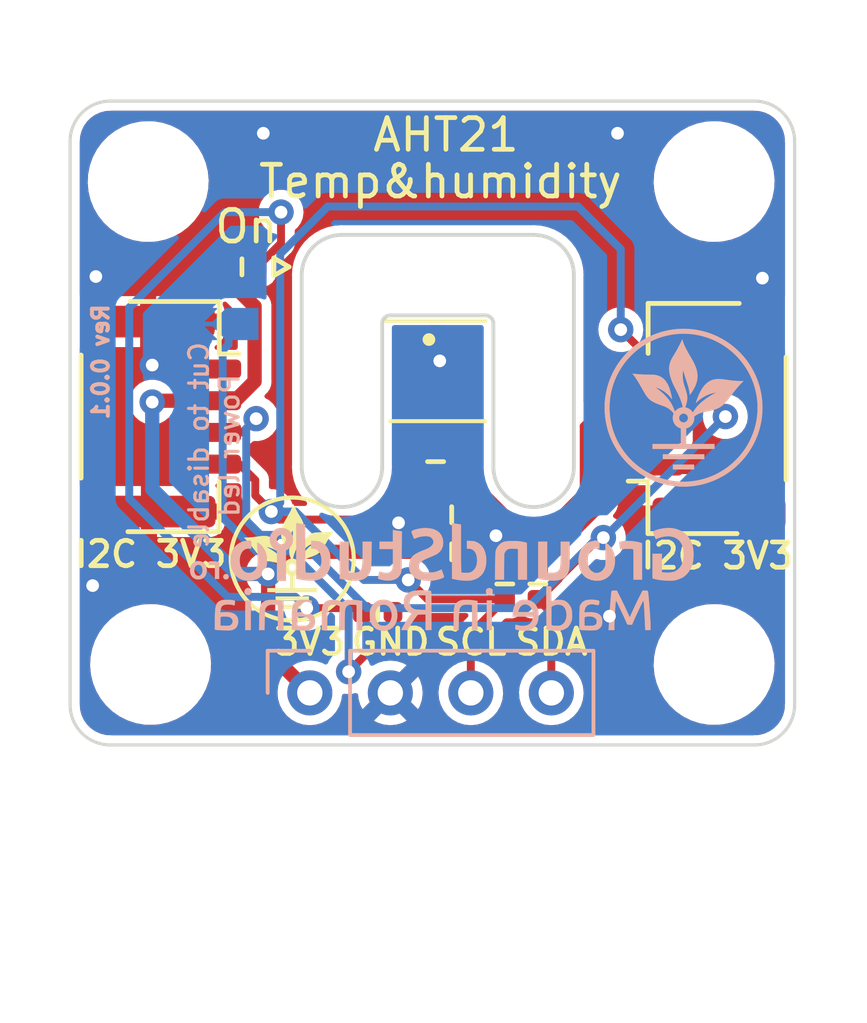
<source format=kicad_pcb>
(kicad_pcb (version 20211014) (generator pcbnew)
  (layers (0 "F.Cu" signal) (31 "B.Cu" signal) (34 "B.Paste" user) (35 "F.Paste" user) (36 "B.SilkS" user "B.Silkscreen") (37 "F.SilkS" user "F.Silkscreen") (38 "B.Mask" user) (39 "F.Mask" user) (44 "Edge.Cuts" user))
  (net 0 "")
  (net 1 "GND")
  (net 2 "+3V3")
  (net 3 "Net-(D1-Pad1)")
  (net 4 "Net-(J1-Pad1)")
  (net 5 "SCL")
  (net 6 "SDA")
  (net 9 "/VCC")
  (footprint "GS_Local:SCREW_M3" (layer "F.Cu") (at 97.5868 78.9432)
    (fp_text reference "REF**")
    (fp_text value "SCREW_M3")
    (pad "" np_thru_hole circle locked (at 0 0) (size 3.2 3.2) (drill 3.2) (layers *.Cu *.Mask))
  )
  (footprint "GS_Local:R_0402_alt" (layer "F.Cu") (at 90.9828 76.4032 -90)
    (fp_text reference "R3" hide)
    (fp_text value "R_0402_10k")
    (pad "1" smd roundrect locked (at -0.485 0 270) (size 0.59 0.64) (layers "F.Cu" "F.Paste" "F.Mask") (net 2 "+3V3"))
    (pad "2" smd roundrect locked (at 0.485 0 270) (size 0.59 0.64) (layers "F.Cu" "F.Paste" "F.Mask") (net 5 "SCL"))
  )
  (footprint "GS_Local:SCREW_M3" (layer "F.Cu") (at 97.5868 63.7032)
    (fp_text reference "REF**")
    (fp_text value "SCREW_M3")
    (pad "" np_thru_hole circle locked (at 0 0) (size 3.2 3.2) (drill 3.2) (layers *.Cu *.Mask))
  )
  (footprint "GS_Branding:GS_Logo2_4x4" (layer "F.Cu") (at 84.2772 75.6158)
    (fp_text reference "G***" hide)
    (fp_text value "LOGO" hide)
  )
  (footprint "GS_Local:C_0402_alt" (layer "F.Cu") (at 89.3064 74.2188)
    (fp_text reference "C2" hide)
    (fp_text value "C_0402_10uF_10V")
    (pad "1" smd roundrect locked (at -0.485 0) (size 0.59 0.64) (layers "F.Cu" "F.Paste" "F.Mask") (net 2 "+3V3"))
    (pad "2" smd roundrect locked (at 0.485 0) (size 0.59 0.64) (layers "F.Cu" "F.Paste" "F.Mask") (net 1 "GND"))
  )
  (footprint "GS_Local:R_0402_alt" (layer "F.Cu") (at 86.9696 77.2922)
    (fp_text reference "R1" hide)
    (fp_text value "R_0402_10k")
    (pad "1" smd roundrect locked (at -0.485 0) (size 0.59 0.64) (layers "F.Cu" "F.Paste" "F.Mask") (net 3 "Net-(D1-Pad1)"))
    (pad "2" smd roundrect locked (at 0.485 0) (size 0.59 0.64) (layers "F.Cu" "F.Paste" "F.Mask") (net 4 "Net-(J1-Pad1)"))
  )
  (footprint "GS_Local:SCREW_M3" (layer "F.Cu") (at 79.8068 78.9432)
    (fp_text reference "REF**")
    (fp_text value "SCREW_M3")
    (pad "" np_thru_hole circle locked (at 0 0) (size 3.2 3.2) (drill 3.2) (layers *.Cu *.Mask))
  )
  (footprint "GS_Local:R_0402_alt" (layer "F.Cu") (at 92.0242 76.4032 -90)
    (fp_text reference "R4" hide)
    (fp_text value "R_0402_10k")
    (pad "1" smd roundrect locked (at -0.485 0 270) (size 0.59 0.64) (layers "F.Cu" "F.Paste" "F.Mask") (net 2 "+3V3"))
    (pad "2" smd roundrect locked (at 0.485 0 270) (size 0.59 0.64) (layers "F.Cu" "F.Paste" "F.Mask") (net 6 "SDA"))
  )
  (footprint "GS_Local:SH__1x04_P1.00mm_Horizontal" (layer "F.Cu") (at 97.5868 71.1812 90)
    (fp_text reference "X2")
    (fp_text value "i2c_3V3")
    (pad "0" smd roundrect locked (at -2.9972 0.1524 90) (size 1 4.199999) (layers "F.Cu" "F.Paste" "F.Mask") (roundrect_rratio 0.208) (net 1 "GND"))
    (pad "0" smd roundrect locked (at 2.9972 0.127 90) (size 1 4.199999) (layers "F.Cu" "F.Paste" "F.Mask") (roundrect_rratio 0.208) (net 1 "GND"))
    (pad "1" smd roundrect locked (at -1.5 -1.8796 90) (size 0.6 1.8) (layers "F.Cu" "F.Paste" "F.Mask") (net 1 "GND"))
    (pad "2" smd roundrect locked (at -0.5 -1.8796 90) (size 0.6 1.8) (layers "F.Cu" "F.Paste" "F.Mask") (net 2 "+3V3"))
    (pad "3" smd roundrect locked (at 0.5 -1.8796 90) (size 0.6 1.8) (layers "F.Cu" "F.Paste" "F.Mask") (net 6 "SDA"))
    (pad "4" smd roundrect locked (at 1.5 -1.8796 90) (size 0.6 1.8) (layers "F.Cu" "F.Paste" "F.Mask") (net 5 "SCL"))
  )
  (footprint "GS_Local:AHT" (layer "F.Cu") (at 88.867996 69.679998)
    (fp_text reference "U1" hide)
    (fp_text value "AHT21" (at 0.257 -7.45) (layer "F.SilkS"))
    (fp_text user "Temp&humidity" (at 0.0828 -5.9768) (layer "F.SilkS"))
    (fp_line (start 4.294 3.024) (end 4.294 -3.024) (layer "Edge.Cuts") (width 0.12))
    (fp_line (start 1.754 1.585) (end 1.754 -1.5) (layer "Edge.Cuts") (width 0.12))
    (fp_line (start -1.754 1.585) (end -1.754 3.024) (layer "Edge.Cuts") (width 0.12))
    (fp_line (start -3.024 -4.294) (end 3.024 -4.294) (layer "Edge.Cuts") (width 0.12))
    (fp_line (start -1.754 1.585) (end -1.754 -1.5) (layer "Edge.Cuts") (width 0.12))
    (fp_line (start -1.5 -1.754) (end 1.5 -1.754) (layer "Edge.Cuts") (width 0.12))
    (fp_line (start -4.294 -3.024) (end -4.294 3.024) (layer "Edge.Cuts") (width 0.12))
    (fp_line (start 1.754 1.585) (end 1.754 3.024) (layer "Edge.Cuts") (width 0.12))
    (fp_arc (start -4.294 -3.024) (mid -3.922026 -3.922026) (end -3.024 -4.294) (layer "Edge.Cuts") (width 0.12))
    (fp_arc (start -3.024 4.294) (mid -3.922026 3.922026) (end -4.294 3.024) (layer "Edge.Cuts") (width 0.12))
    (fp_arc (start -1.754 3.024) (mid -2.125974 3.922026) (end -3.024 4.294) (layer "Edge.Cuts") (width 0.12))
    (fp_arc (start 3.024 4.294) (mid 2.125974 3.922026) (end 1.754 3.024) (layer "Edge.Cuts") (width 0.12))
    (fp_arc (start 1.5 -1.754) (mid 1.679605 -1.679605) (end 1.754 -1.5) (layer "Edge.Cuts") (width 0.12))
    (fp_arc (start 3.024 -4.294) (mid 3.922026 -3.922026) (end 4.294 -3.024) (layer "Edge.Cuts") (width 0.12))
    (fp_arc (start 4.294 3.024) (mid 3.922026 3.922026) (end 3.024 4.294) (layer "Edge.Cuts") (width 0.12))
    (fp_arc (start -1.754 -1.5) (mid -1.679605 -1.679605) (end -1.5 -1.754) (layer "Edge.Cuts") (width 0.12))
    (pad "1" smd roundrect (at -0.985 -1) (size 0.71 0.53) (layers "F.Cu" "F.Paste" "F.Mask") (roundrect_rratio 0.07))
    (pad "2" smd roundrect (at -0.985 0) (size 0.71 0.53) (layers "F.Cu" "F.Paste" "F.Mask") (roundrect_rratio 0.07) (net 9 "/VCC"))
    (pad "3" smd roundrect (at -0.985 1) (size 0.71 0.53) (layers "F.Cu" "F.Paste" "F.Mask") (roundrect_rratio 0.07) (net 5 "SCL"))
    (pad "4" smd roundrect (at 0.985 1) (size 0.71 0.53) (layers "F.Cu" "F.Paste" "F.Mask") (roundrect_rratio 0.07) (net 6 "SDA"))
    (pad "5" smd roundrect (at 0.985 0) (size 0.71 0.53) (layers "F.Cu" "F.Paste" "F.Mask") (roundrect_rratio 0.07) (net 1 "GND"))
    (pad "6" smd roundrect (at 0.985 -1) (size 0.71 0.53) (layers "F.Cu" "F.Paste" "F.Mask") (roundrect_rratio 0.07))
  )
  (footprint "GS_Local:R_0402_alt" (layer "F.Cu") (at 88.7984 72.5424 90)
    (fp_text reference "R2" hide)
    (fp_text value "R_0402_330")
    (pad "1" smd roundrect locked (at -0.485 0 90) (size 0.59 0.64) (layers "F.Cu" "F.Paste" "F.Mask") (net 2 "+3V3"))
    (pad "2" smd roundrect locked (at 0.485 0 90) (size 0.59 0.64) (layers "F.Cu" "F.Paste" "F.Mask") (net 9 "/VCC"))
  )
  (footprint "GS_Local:C_0402_alt" (layer "F.Cu") (at 89.3064 75.3872 180)
    (fp_text reference "C1" hide)
    (fp_text value "C_0402_100nF_16V")
    (pad "1" smd roundrect locked (at -0.485 0 180) (size 0.59 0.64) (layers "F.Cu" "F.Paste" "F.Mask") (net 1 "GND"))
    (pad "2" smd roundrect locked (at 0.485 0 180) (size 0.59 0.64) (layers "F.Cu" "F.Paste" "F.Mask") (net 2 "+3V3"))
  )
  (footprint "GS_Local:SCREW_M3" (layer "F.Cu") (at 79.7306 63.7032)
    (fp_text reference "REF**")
    (fp_text value "SCREW_M3")
    (pad "" np_thru_hole circle locked (at 0 0) (size 3.2 3.2) (drill 3.2) (layers *.Cu *.Mask))
  )
  (footprint "GS_Local:SH__1x04_P1.00mm_Horizontal" (layer "F.Cu") (at 79.883 71.12 -90)
    (fp_text reference "X1")
    (fp_text value "i2c_3V3")
    (pad "0" smd roundrect locked (at -2.9972 0.1524 270) (size 1 4.199999) (layers "F.Cu" "F.Paste" "F.Mask") (roundrect_rratio 0.208) (net 1 "GND"))
    (pad "0" smd roundrect locked (at 2.9972 0.127 270) (size 1 4.199999) (layers "F.Cu" "F.Paste" "F.Mask") (roundrect_rratio 0.208) (net 1 "GND"))
    (pad "1" smd roundrect locked (at -1.5 -1.8796 270) (size 0.6 1.8) (layers "F.Cu" "F.Paste" "F.Mask") (net 1 "GND"))
    (pad "2" smd roundrect locked (at -0.5 -1.8796 270) (size 0.6 1.8) (layers "F.Cu" "F.Paste" "F.Mask") (net 2 "+3V3"))
    (pad "3" smd roundrect locked (at 0.5 -1.8796 270) (size 0.6 1.8) (layers "F.Cu" "F.Paste" "F.Mask") (net 6 "SDA"))
    (pad "4" smd roundrect locked (at 1.5 -1.8796 270) (size 0.6 1.8) (layers "F.Cu" "F.Paste" "F.Mask") (net 5 "SCL"))
  )
  (footprint "GS_Local:LED_0402_alt" (layer "F.Cu") (at 82.68805 66.3956 180)
    (fp_text reference "D1")
    (fp_text value "LED_0402_RED")
    (pad "1" smd roundrect locked (at -0.485 0 180) (size 0.59 0.64) (layers "F.Cu" "F.Paste" "F.Mask") (net 3 "Net-(D1-Pad1)"))
    (pad "2" smd roundrect locked (at 0.485 0 180) (size 0.59 0.64) (layers "F.Cu" "F.Paste" "F.Mask") (net 2 "+3V3"))
  )
  (footprint "GS_Local:SolderJumper_NC" (layer "B.Cu") (at 81.8134 68.199 180)
    (fp_text reference "J1")
    (fp_text value "SolderJumper_NC")
    (fp_line (start 0.05334 0) (end 0.30988 0) (layer "B.Cu") (width 0.1524))
    (pad "1" smd custom (at -0.889 0 180) (size 0.9906 0.9906) (layers "B.Cu" "B.Mask") (net 4 "Net-(J1-Pad1)") (options (clearance outline) (anchor rect)) (primitives (gr_poly (pts (xy 1.016 0) (xy 0.508 0.508) (xy -0.508 0.508) (xy -0.508 -0.508) (xy 0.508 -0.508)) (width 0) (fill yes))))
    (pad "2" smd custom (at 0.889 0) (size 0.9906 0.9906) (layers "B.Cu" "B.Mask") (net 1 "GND") (options (clearance outline) (anchor rect)) (primitives (gr_poly (pts (xy 0.508 0) (xy 1.016 0.508) (xy -0.508 0.508) (xy -0.508 -0.508) (xy 1.016 -0.508)) (width 0) (fill yes))))
  )
  (footprint "GS_Branding:GS_Logo2_5x5" (layer "B.Cu") (at 96.6216 70.8406 180)
    (fp_text reference "G***" hide)
    (fp_text value "LOGO" hide)
  )
  (footprint "GS_Branding:GS_Made in Romania_13.8x1.4" (layer "B.Cu") (at 88.7222 77.1652 180)
    (fp_text reference "G***" hide)
    (fp_text value "LOGO" hide)
  )
  (footprint "GS_Local:PinHeader_1x04_P2.54mm_Vertical_Male" (layer "B.Cu") (at 84.83 79.84 -90)
    (fp_text reference "J2" hide)
    (fp_text value "PinHeader_1x04_P2.54_V_M")
    (pad "1" thru_hole circle locked (at 0 0 270) (size 1.4224 1.4224) (drill 0.8) (layers *.Cu *.Mask) (net 2 "+3V3"))
    (pad "2" thru_hole circle locked (at 0 -2.54 270) (size 1.4224 1.4224) (drill 0.8) (layers *.Cu *.Mask) (net 1 "GND"))
    (pad "3" thru_hole circle locked (at 0 -5.08 270) (size 1.4224 1.4224) (drill 0.8) (layers *.Cu *.Mask) (net 5 "SCL"))
    (pad "4" thru_hole circle locked (at 0 -7.62 270) (size 1.4224 1.4224) (drill 0.8) (layers *.Cu *.Mask) (net 6 "SDA"))
  )
  (footprint "GS_Branding:GS_.ro_1.2x0.6" (layer "B.Cu") (at 81.661 75.9714 180)
    (fp_text reference "G***" hide)
    (fp_text value "LOGO" hide)
  )
  (footprint "GS_Branding:GS_GroundStudio_14.6x1.8" (layer "B.Cu") (at 89.6366 75.3872 180)
    (fp_text reference "G***" hide)
    (fp_text value "LOGO" hide)
  )
  (gr_line (start 78.5368 61.1632) (end 98.8568 61.1632) (layer "Edge.Cuts") (width 0.1))
  (gr_arc (start 78.5368 81.4832) (mid 77.638774 81.111226) (end 77.2668 80.2132) (layer "Edge.Cuts") (width 0.1))
  (gr_line (start 100.1268 62.4332) (end 100.1268 80.2132) (layer "Edge.Cuts") (width 0.1))
  (gr_line (start 98.8568 81.4832) (end 78.5368 81.4832) (layer "Edge.Cuts") (width 0.1))
  (gr_arc (start 77.2668 62.4332) (mid 77.638774 61.535174) (end 78.5368 61.1632) (layer "Edge.Cuts") (width 0.1))
  (gr_arc (start 100.1268 80.2132) (mid 99.754826 81.111226) (end 98.8568 81.4832) (layer "Edge.Cuts") (width 0.1))
  (gr_arc (start 98.8568 61.1632) (mid 99.754826 61.535174) (end 100.1268 62.4332) (layer "Edge.Cuts") (width 0.1))
  (gr_line (start 77.2668 80.2132) (end 77.2668 62.4332) (layer "Edge.Cuts") (width 0.1))
  (gr_text "Cut to disable\nPower led" (at 81.8134 72.0344 90) (layer "B.SilkS") (effects (font (size 0.6 0.6) (thickness 0.1)) (justify mirror)))
  (gr_text "Rev 0.0.1" (at 78.232 69.3928 90) (layer "B.SilkS") (effects (font (size 0.5 0.5) (thickness 0.125)) (justify mirror)))
  (gr_text "GND" (at 87.376 78.232) (layer "F.SilkS") (effects (font (size 0.8 0.8))))
  (gr_text "On" (at 82.8294 65.1256) (layer "F.SilkS") (effects (font (size 1 1))))
  (gr_text "SCL" (at 89.916 78.232) (layer "F.SilkS") (effects (font (size 0.8 0.8))))
  (gr_text "SDA" (at 92.456 78.232) (layer "F.SilkS") (effects (font (size 0.8 0.8))))
  (gr_text "I2C 3V3" (at 97.6884 75.5142) (layer "F.SilkS") (effects (font (size 0.8 0.8))))
  (gr_text "3V3" (at 84.836 78.232) (layer "F.SilkS") (effects (font (size 0.8 0.8))))
  (gr_text "I2C 3V3" (at 79.8068 75.4634) (layer "F.SilkS") (effects (font (size 0.8 0.8))))
  (segment (start 90.043 74.2188) (end 89.7914 74.2188) (width 0.45) (layer "F.Cu") (net 1))
  (segment (start 88.930225 69.362575) (end 89.24765 69.68) (width 0.45) (layer "F.Cu") (net 1))
  (segment (start 89.24765 69.68) (end 89.853 69.68) (width 0.45) (layer "F.Cu") (net 1))
  (segment (start 90.7034 74.8792) (end 90.043 74.2188) (width 0.45) (layer "F.Cu") (net 1))
  (via (at 83.3628 62.1792) (size 0.8) (drill 0.4) (layers "F.Cu" "B.Cu") (net 1))
  (via (at 94.5388 62.1792) (size 0.8) (drill 0.4) (layers "F.Cu" "B.Cu") (net 1))
  (via (at 79.857589 69.4944) (size 0.8) (drill 0.4) (layers "F.Cu" "B.Cu") (net 1))
  (via (at 99.1108 66.7512) (size 0.8) (drill 0.4) (layers "F.Cu" "B.Cu") (net 1))
  (via (at 77.978 76.454) (size 0.8) (drill 0.4) (layers "F.Cu" "B.Cu") (net 1))
  (via (at 78.0796 66.7004) (size 0.8) (drill 0.4) (layers "F.Cu" "B.Cu") (net 1))
  (via (at 88.930225 69.362575) (size 0.8) (drill 0.4) (layers "F.Cu" "B.Cu") (net 1))
  (via (at 90.7034 74.8792) (size 0.8) (drill 0.4) (layers "F.Cu" "B.Cu") (net 1))
  (via (at 87.63 74.4728) (size 0.8) (drill 0.4) (layers "F.Cu" "B.Cu") (net 1))
  (via (at 94.2848 77.4192) (size 0.8) (drill 0.4) (layers "F.Cu" "B.Cu") (net 1))
  (segment (start 84.2143 75.3872) (end 88.8214 75.3872) (width 0.45) (layer "F.Cu") (net 2))
  (segment (start 88.7984 74.1958) (end 88.8214 74.2188) (width 0.45) (layer "F.Cu") (net 2))
  (segment (start 83.08712 67.64392) (end 82.20305 66.75985) (width 0.45) (layer "F.Cu") (net 2))
  (segment (start 82.475093 70.62) (end 83.08712 70.007973) (width 0.45) (layer "F.Cu") (net 2))
  (segment (start 94.892 71.6812) (end 94.02152 72.55168) (width 0.45) (layer "F.Cu") (net 2))
  (segment (start 83.5152 76.0863) (end 83.5152 78.5252) (width 0.45) (layer "F.Cu") (net 2))
  (segment (start 83.5152 78.5252) (end 84.83 79.84) (width 0.45) (layer "F.Cu") (net 2))
  (segment (start 79.9004 70.62) (end 79.8576 70.6628) (width 0.45) (layer "F.Cu") (net 2))
  (segment (start 88.8214 75.3872) (end 88.8214 75.546158) (width 0.45) (layer "F.Cu") (net 2))
  (segment (start 88.8214 75.546158) (end 89.406962 76.13172) (width 0.45) (layer "F.Cu") (net 2))
  (segment (start 90.76928 76.13172) (end 90.9828 75.9182) (width 0.45) (layer "F.Cu") (net 2))
  (segment (start 82.20305 66.75985) (end 82.20305 66.3956) (width 0.45) (layer "F.Cu") (net 2))
  (segment (start 83.08712 70.007973) (end 83.08712 67.64392) (width 0.45) (layer "F.Cu") (net 2))
  (segment (start 88.8214 74.2188) (end 88.8214 75.3872) (width 0.45) (layer "F.Cu") (net 2))
  (segment (start 81.7626 70.62) (end 82.475093 70.62) (width 0.45) (layer "F.Cu") (net 2))
  (segment (start 83.5152 76.0863) (end 84.2143 75.3872) (width 0.45) (layer "F.Cu") (net 2))
  (segment (start 94.02152 73.84468) (end 91.948 75.9182) (width 0.45) (layer "F.Cu") (net 2))
  (segment (start 89.406962 76.13172) (end 90.76928 76.13172) (width 0.45) (layer "F.Cu") (net 2))
  (segment (start 91.948 75.9182) (end 90.9828 75.9182) (width 0.45) (layer "F.Cu") (net 2))
  (segment (start 88.7984 73.0274) (end 88.7984 74.1958) (width 0.45) (layer "F.Cu") (net 2))
  (segment (start 94.02152 72.55168) (end 94.02152 73.84468) (width 0.45) (layer "F.Cu") (net 2))
  (segment (start 81.7626 70.62) (end 79.9004 70.62) (width 0.45) (layer "F.Cu") (net 2))
  (segment (start 95.7072 71.6812) (end 94.892 71.6812) (width 0.45) (layer "F.Cu") (net 2))
  (via (at 83.5152 76.0863) (size 0.8) (drill 0.4) (layers "F.Cu" "B.Cu") (net 2))
  (via (at 79.8576 70.6628) (size 0.8) (drill 0.4) (layers "F.Cu" "B.Cu") (net 2))
  (segment (start 79.8576 73.406016) (end 79.8576 70.6628) (width 0.45) (layer "B.Cu") (net 2))
  (segment (start 83.5152 76.0863) (end 82.537884 76.0863) (width 0.45) (layer "B.Cu") (net 2))
  (segment (start 82.537884 76.0863) (end 79.8576 73.406016) (width 0.45) (layer "B.Cu") (net 2))
  (segment (start 83.9216 65.64705) (end 83.17305 66.3956) (width 0.25) (layer "F.Cu") (net 3))
  (segment (start 83.9216 64.6684) (end 83.9216 65.64705) (width 0.25) (layer "F.Cu") (net 3))
  (segment (start 86.3576 77.1652) (end 86.4846 77.2922) (width 0.25) (layer "F.Cu") (net 3))
  (segment (start 84.7344 77.1652) (end 86.3576 77.1652) (width 0.25) (layer "F.Cu") (net 3))
  (via (at 83.9216 64.6684) (size 0.8) (drill 0.4) (layers "F.Cu" "B.Cu") (net 3))
  (via (at 84.7344 77.1652) (size 0.8) (drill 0.4) (layers "F.Cu" "B.Cu") (net 3))
  (segment (start 83.215097 76.810811) (end 83.213886 76.8096) (width 0.25) (layer "B.Cu") (net 3))
  (segment (start 79.133089 73.706103) (end 79.133089 67.678911) (width 0.25) (layer "B.Cu") (net 3))
  (segment (start 82.236586 76.8096) (end 79.133089 73.706103) (width 0.25) (layer "B.Cu") (net 3))
  (segment (start 84.7344 77.1652) (end 84.3788 76.8096) (width 0.25) (layer "B.Cu") (net 3))
  (segment (start 83.213886 76.8096) (end 82.236586 76.8096) (width 0.25) (layer "B.Cu") (net 3))
  (segment (start 79.133089 67.678911) (end 82.1436 64.6684) (width 0.25) (layer "B.Cu") (net 3))
  (segment (start 84.3788 76.8096) (end 83.816514 76.8096) (width 0.25) (layer "B.Cu") (net 3))
  (segment (start 83.815303 76.810811) (end 83.215097 76.810811) (width 0.25) (layer "B.Cu") (net 3))
  (segment (start 82.1436 64.6684) (end 83.9216 64.6684) (width 0.25) (layer "B.Cu") (net 3))
  (segment (start 83.816514 76.8096) (end 83.815303 76.810811) (width 0.25) (layer "B.Cu") (net 3))
  (segment (start 87.4546 77.7724) (end 87.4546 77.2922) (width 0.25) (layer "F.Cu") (net 4))
  (segment (start 86.0552 79.1718) (end 87.4546 77.7724) (width 0.25) (layer "F.Cu") (net 4))
  (via (at 86.0552 79.1718) (size 0.8) (drill 0.4) (layers "F.Cu" "B.Cu") (net 4))
  (segment (start 86.0552 77.216) (end 84.201 75.3618) (width 0.25) (layer "B.Cu") (net 4))
  (segment (start 86.0552 79.1718) (end 86.0552 77.216) (width 0.25) (layer "B.Cu") (net 4))
  (segment (start 82.26492 68.84142) (end 82.26492 68.63648) (width 0.25) (layer "B.Cu") (net 4))
  (segment (start 83.1342 75.3618) (end 82.080459 74.308059) (width 0.25) (layer "B.Cu") (net 4))
  (segment (start 82.080459 74.308059) (end 82.080459 69.025881) (width 0.25) (layer "B.Cu") (net 4))
  (segment (start 82.26492 68.63648) (end 82.7024 68.199) (width 0.25) (layer "B.Cu") (net 4))
  (segment (start 82.080459 69.025881) (end 82.26492 68.84142) (width 0.25) (layer "B.Cu") (net 4))
  (segment (start 84.201 75.3618) (end 83.1342 75.3618) (width 0.25) (layer "B.Cu") (net 4))
  (segment (start 89.91 77.961) (end 90.9828 76.8882) (width 0.25) (layer "F.Cu") (net 5))
  (segment (start 86.6902 74.3712) (end 87.883 73.1784) (width 0.25) (layer "F.Cu") (net 5))
  (segment (start 89.91 79.84) (end 89.91 77.961) (width 0.25) (layer "F.Cu") (net 5))
  (segment (start 83.1088 73.1266) (end 82.6022 72.62) (width 0.25) (layer "F.Cu") (net 5))
  (segment (start 83.1088 73.6092) (end 83.1088 73.1266) (width 0.25) (layer "F.Cu") (net 5))
  (segment (start 83.8708 74.3712) (end 86.6902 74.3712) (width 0.25) (layer "F.Cu") (net 5))
  (segment (start 88.5468 76.8882) (end 87.9348 76.2762) (width 0.25) (layer "F.Cu") (net 5))
  (segment (start 95.7072 69.6812) (end 95.7072 69.4436) (width 0.25) (layer "F.Cu") (net 5))
  (segment (start 95.7072 69.4436) (end 94.6404 68.3768) (width 0.25) (layer "F.Cu") (net 5))
  (segment (start 83.6168 74.1172) (end 83.1088 73.6092) (width 0.25) (layer "F.Cu") (net 5))
  (segment (start 83.6168 74.1172) (end 83.8708 74.3712) (width 0.25) (layer "F.Cu") (net 5))
  (segment (start 87.883 73.1784) (end 87.883 70.68) (width 0.25) (layer "F.Cu") (net 5))
  (segment (start 82.6022 72.62) (end 81.7626 72.62) (width 0.25) (layer "F.Cu") (net 5))
  (segment (start 90.9828 76.8882) (end 88.5468 76.8882) (width 0.25) (layer "F.Cu") (net 5))
  (via (at 94.6404 68.3768) (size 0.8) (drill 0.4) (layers "F.Cu" "B.Cu") (net 5))
  (via (at 87.9348 76.2762) (size 0.8) (drill 0.4) (layers "F.Cu" "B.Cu") (net 5))
  (via (at 83.6168 74.1172) (size 0.8) (drill 0.4) (layers "F.Cu" "B.Cu") (net 5))
  (segment (start 87.9348 76.2762) (end 86.5378 76.2762) (width 0.25) (layer "B.Cu") (net 5))
  (segment (start 94.6404 65.8368) (end 94.6404 68.3768) (width 0.25) (layer "B.Cu") (net 5))
  (segment (start 84.3788 74.1172) (end 83.6168 74.1172) (width 0.25) (layer "B.Cu") (net 5))
  (segment (start 83.6168 74.1172) (end 83.8962 73.8378) (width 0.25) (layer "B.Cu") (net 5))
  (segment (start 83.8962 65.9892) (end 85.3948 64.4906) (width 0.25) (layer "B.Cu") (net 5))
  (segment (start 83.8962 73.8378) (end 83.8962 65.9892) (width 0.25) (layer "B.Cu") (net 5))
  (segment (start 85.3948 64.4906) (end 93.2942 64.4906) (width 0.25) (layer "B.Cu") (net 5))
  (segment (start 86.5378 76.2762) (end 84.3788 74.1172) (width 0.25) (layer "B.Cu") (net 5))
  (segment (start 93.2942 64.4906) (end 94.6404 65.8368) (width 0.25) (layer "B.Cu") (net 5))
  (segment (start 82.702032 71.62) (end 81.7626 71.62) (width 0.25) (layer "F.Cu") (net 6))
  (segment (start 92.0218 76.8882) (end 92.37228 76.53772) (width 0.25) (layer "F.Cu") (net 6))
  (segment (start 92.66872 76.24128) (end 93.96969 74.94031) (width 0.25) (layer "F.Cu") (net 6))
  (segment (start 83.136098 71.185934) (end 82.702032 71.62) (width 0.25) (layer "F.Cu") (net 6))
  (segment (start 91.270814 74.422) (end 92.5322 74.422) (width 0.25) (layer "F.Cu") (net 6))
  (segment (start 91.003503 74.154689) (end 91.270814 74.422) (width 0.25) (layer "F.Cu") (net 6))
  (segment (start 93.472 71.4248) (end 94.2156 70.6812) (width 0.25) (layer "F.Cu") (net 6))
  (segment (start 89.853 73.0128) (end 90.994889 74.154689) (width 0.25) (layer "F.Cu") (net 6))
  (segment (start 93.96969 74.94031) (end 94.09191 74.94031) (width 0.25) (layer "F.Cu") (net 6))
  (segment (start 90.994889 74.154689) (end 91.003503 74.154689) (width 0.25) (layer "F.Cu") (net 6))
  (segment (start 97.9424 71.12) (end 97.5036 70.6812) (width 0.25) (layer "F.Cu") (net 6))
  (segment (start 97.5036 70.6812) (end 95.7072 70.6812) (width 0.25) (layer "F.Cu") (net 6))
  (segment (start 92.45 79.84) (end 92.45 77.314) (width 0.25) (layer "F.Cu") (net 6))
  (segment (start 92.45 77.314) (end 92.0242 76.8882) (width 0.25) (layer "F.Cu") (net 6))
  (segment (start 94.2156 70.6812) (end 95.7072 70.6812) (width 0.25) (layer "F.Cu") (net 6))
  (segment (start 92.0242 76.8882) (end 92.0218 76.8882) (width 0.25) (layer "F.Cu") (net 6))
  (segment (start 92.392217 76.53772) (end 92.66872 76.261217) (width 0.25) (layer "F.Cu") (net 6))
  (segment (start 92.37228 76.53772) (end 92.392217 76.53772) (width 0.25) (layer "F.Cu") (net 6))
  (segment (start 89.853 70.68) (end 89.853 73.0128) (width 0.25) (layer "F.Cu") (net 6))
  (segment (start 93.472 73.4822) (end 93.472 71.4248) (width 0.25) (layer "F.Cu") (net 6))
  (segment (start 92.66872 76.261217) (end 92.66872 76.24128) (width 0.25) (layer "F.Cu") (net 6))
  (segment (start 92.5322 74.422) (end 93.472 73.4822) (width 0.25) (layer "F.Cu") (net 6))
  (via (at 94.09191 74.94031) (size 0.8) (drill 0.4) (layers "F.Cu" "B.Cu") (net 6))
  (via (at 97.9424 71.12) (size 0.8) (drill 0.4) (layers "F.Cu" "B.Cu") (net 6))
  (via (at 83.136098 71.185934) (size 0.8) (drill 0.4) (layers "F.Cu" "B.Cu") (net 6))
  (segment (start 94.09191 74.94031) (end 94.234 74.79822) (width 0.25) (layer "B.Cu") (net 6))
  (segment (start 84.328718 74.8538) (end 86.640118 77.1652) (width 0.25) (layer "B.Cu") (net 6))
  (segment (start 97.9424 71.12) (end 94.26418 74.79822) (width 0.25) (layer "B.Cu") (net 6))
  (segment (start 91.685386 77.1652) (end 94.052366 74.79822) (width 0.25) (layer "B.Cu") (net 6))
  (segment (start 83.277986 74.8538) (end 84.328718 74.8538) (width 0.25) (layer "B.Cu") (net 6))
  (segment (start 82.824345 74.400159) (end 83.277986 74.8538) (width 0.25) (layer "B.Cu") (net 6))
  (segment (start 94.052366 74.79822) (end 94.234 74.79822) (width 0.25) (layer "B.Cu") (net 6))
  (segment (start 83.136098 71.185934) (end 82.824345 71.497687) (width 0.25) (layer "B.Cu") (net 6))
  (segment (start 94.26418 74.79822) (end 94.234 74.79822) (width 0.25) (layer "B.Cu") (net 6))
  (segment (start 86.640118 77.1652) (end 91.685386 77.1652) (width 0.25) (layer "B.Cu") (net 6))
  (segment (start 82.824345 71.497687) (end 82.824345 74.400159) (width 0.25) (layer "B.Cu") (net 6))
  (segment (start 88.081629 69.68) (end 88.7984 70.396771) (width 0.45) (layer "F.Cu") (net 9))
  (segment (start 87.883 69.68) (end 88.081629 69.68) (width 0.45) (layer "F.Cu") (net 9))
  (segment (start 88.7984 70.396771) (end 88.7984 72.0574) (width 0.45) (layer "F.Cu") (net 9))
  (zone (net 1) (net_name "GND") (layers F&B.Cu) (connect_pads (clearance 0.3048)) (min_thickness 0.1524) (fill yes (thermal_gap 0.3048) (thermal_bridge_width 0.508))
    (polygon (pts (xy 100.1268 81.4832) (xy 77.2668 81.4832) (xy 77.2668 61.1632) (xy 100.1268 61.1632)))
  )
)
</source>
